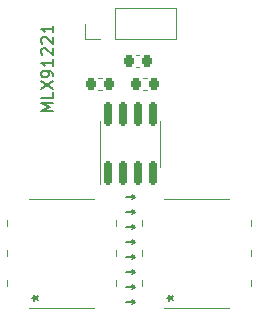
<source format=gbr>
%TF.GenerationSoftware,KiCad,Pcbnew,6.0.2+dfsg-1*%
%TF.CreationDate,2023-01-15T14:48:08-05:00*%
%TF.ProjectId,MLX91221-test,4d4c5839-3132-4323-912d-746573742e6b,rev?*%
%TF.SameCoordinates,Original*%
%TF.FileFunction,Legend,Top*%
%TF.FilePolarity,Positive*%
%FSLAX46Y46*%
G04 Gerber Fmt 4.6, Leading zero omitted, Abs format (unit mm)*
G04 Created by KiCad (PCBNEW 6.0.2+dfsg-1) date 2023-01-15 14:48:08*
%MOMM*%
%LPD*%
G01*
G04 APERTURE LIST*
G04 Aperture macros list*
%AMRoundRect*
0 Rectangle with rounded corners*
0 $1 Rounding radius*
0 $2 $3 $4 $5 $6 $7 $8 $9 X,Y pos of 4 corners*
0 Add a 4 corners polygon primitive as box body*
4,1,4,$2,$3,$4,$5,$6,$7,$8,$9,$2,$3,0*
0 Add four circle primitives for the rounded corners*
1,1,$1+$1,$2,$3*
1,1,$1+$1,$4,$5*
1,1,$1+$1,$6,$7*
1,1,$1+$1,$8,$9*
0 Add four rect primitives between the rounded corners*
20,1,$1+$1,$2,$3,$4,$5,0*
20,1,$1+$1,$4,$5,$6,$7,0*
20,1,$1+$1,$6,$7,$8,$9,0*
20,1,$1+$1,$8,$9,$2,$3,0*%
G04 Aperture macros list end*
%ADD10C,0.150000*%
%ADD11C,0.120000*%
%ADD12C,2.100000*%
%ADD13RoundRect,0.225000X0.225000X0.250000X-0.225000X0.250000X-0.225000X-0.250000X0.225000X-0.250000X0*%
%ADD14RoundRect,0.225000X-0.225000X-0.250000X0.225000X-0.250000X0.225000X0.250000X-0.225000X0.250000X0*%
%ADD15R,1.700000X1.700000*%
%ADD16O,1.700000X1.700000*%
%ADD17RoundRect,0.150000X0.150000X-0.825000X0.150000X0.825000X-0.150000X0.825000X-0.150000X-0.825000X0*%
G04 APERTURE END LIST*
D10*
X65659047Y-107386428D02*
X66420952Y-107386428D01*
X66230476Y-107576904D02*
X66420952Y-107386428D01*
X66230476Y-107195952D01*
X65659047Y-99766428D02*
X66420952Y-99766428D01*
X66230476Y-99956904D02*
X66420952Y-99766428D01*
X66230476Y-99575952D01*
X65659047Y-101036428D02*
X66420952Y-101036428D01*
X66230476Y-101226904D02*
X66420952Y-101036428D01*
X66230476Y-100845952D01*
X65659047Y-98496428D02*
X66420952Y-98496428D01*
X66230476Y-98686904D02*
X66420952Y-98496428D01*
X66230476Y-98305952D01*
X59507380Y-91225238D02*
X58507380Y-91225238D01*
X59221666Y-90891904D01*
X58507380Y-90558571D01*
X59507380Y-90558571D01*
X59507380Y-89606190D02*
X59507380Y-90082380D01*
X58507380Y-90082380D01*
X58507380Y-89368095D02*
X59507380Y-88701428D01*
X58507380Y-88701428D02*
X59507380Y-89368095D01*
X59507380Y-88272857D02*
X59507380Y-88082380D01*
X59459761Y-87987142D01*
X59412142Y-87939523D01*
X59269285Y-87844285D01*
X59078809Y-87796666D01*
X58697857Y-87796666D01*
X58602619Y-87844285D01*
X58555000Y-87891904D01*
X58507380Y-87987142D01*
X58507380Y-88177619D01*
X58555000Y-88272857D01*
X58602619Y-88320476D01*
X58697857Y-88368095D01*
X58935952Y-88368095D01*
X59031190Y-88320476D01*
X59078809Y-88272857D01*
X59126428Y-88177619D01*
X59126428Y-87987142D01*
X59078809Y-87891904D01*
X59031190Y-87844285D01*
X58935952Y-87796666D01*
X59507380Y-86844285D02*
X59507380Y-87415714D01*
X59507380Y-87130000D02*
X58507380Y-87130000D01*
X58650238Y-87225238D01*
X58745476Y-87320476D01*
X58793095Y-87415714D01*
X58602619Y-86463333D02*
X58555000Y-86415714D01*
X58507380Y-86320476D01*
X58507380Y-86082380D01*
X58555000Y-85987142D01*
X58602619Y-85939523D01*
X58697857Y-85891904D01*
X58793095Y-85891904D01*
X58935952Y-85939523D01*
X59507380Y-86510952D01*
X59507380Y-85891904D01*
X58602619Y-85510952D02*
X58555000Y-85463333D01*
X58507380Y-85368095D01*
X58507380Y-85130000D01*
X58555000Y-85034761D01*
X58602619Y-84987142D01*
X58697857Y-84939523D01*
X58793095Y-84939523D01*
X58935952Y-84987142D01*
X59507380Y-85558571D01*
X59507380Y-84939523D01*
X59507380Y-83987142D02*
X59507380Y-84558571D01*
X59507380Y-84272857D02*
X58507380Y-84272857D01*
X58650238Y-84368095D01*
X58745476Y-84463333D01*
X58793095Y-84558571D01*
X65659047Y-102306428D02*
X66420952Y-102306428D01*
X66230476Y-102496904D02*
X66420952Y-102306428D01*
X66230476Y-102115952D01*
X65659047Y-106116428D02*
X66420952Y-106116428D01*
X66230476Y-106306904D02*
X66420952Y-106116428D01*
X66230476Y-105925952D01*
X65659047Y-103576428D02*
X66420952Y-103576428D01*
X66230476Y-103766904D02*
X66420952Y-103576428D01*
X66230476Y-103385952D01*
X65659047Y-104846428D02*
X66420952Y-104846428D01*
X66230476Y-105036904D02*
X66420952Y-104846428D01*
X66230476Y-104655952D01*
%TO.C,J2*%
X57770580Y-107068900D02*
X58008676Y-107068900D01*
X57913438Y-107306995D02*
X58008676Y-107068900D01*
X57913438Y-106830804D01*
X58199152Y-107211757D02*
X58008676Y-107068900D01*
X58199152Y-106926042D01*
%TO.C,J3*%
X69200580Y-107068900D02*
X69438676Y-107068900D01*
X69343438Y-107306995D02*
X69438676Y-107068900D01*
X69343438Y-106830804D01*
X69629152Y-107211757D02*
X69438676Y-107068900D01*
X69629152Y-106926042D01*
D11*
%TO.C,J2*%
X64846000Y-100944589D02*
X64846000Y-100493211D01*
X55600400Y-105573211D02*
X55600400Y-106024589D01*
X62988889Y-98636100D02*
X57457511Y-98636100D01*
X64846000Y-103484589D02*
X64846000Y-103033211D01*
X64846000Y-106024589D02*
X64846000Y-105573211D01*
X55600400Y-103033211D02*
X55600400Y-103484589D01*
X55600400Y-100493211D02*
X55600400Y-100944589D01*
X57457511Y-107881700D02*
X62988889Y-107881700D01*
%TO.C,C1*%
X63640580Y-89410000D02*
X63359420Y-89410000D01*
X63640580Y-88390000D02*
X63359420Y-88390000D01*
%TO.C,C2*%
X67169420Y-88390000D02*
X67450580Y-88390000D01*
X67169420Y-89410000D02*
X67450580Y-89410000D01*
%TO.C,J3*%
X67030400Y-100493211D02*
X67030400Y-100944589D01*
X67030400Y-103033211D02*
X67030400Y-103484589D01*
X76276000Y-106024589D02*
X76276000Y-105573211D01*
X68887511Y-107881700D02*
X74418889Y-107881700D01*
X76276000Y-100944589D02*
X76276000Y-100493211D01*
X74418889Y-98636100D02*
X68887511Y-98636100D01*
X67030400Y-105573211D02*
X67030400Y-106024589D01*
X76276000Y-103484589D02*
X76276000Y-103033211D01*
%TO.C,J1*%
X69925000Y-85150000D02*
X69925000Y-82490000D01*
X64785000Y-85150000D02*
X64785000Y-82490000D01*
X64785000Y-85150000D02*
X69925000Y-85150000D01*
X63515000Y-85150000D02*
X62185000Y-85150000D01*
X64785000Y-82490000D02*
X69925000Y-82490000D01*
X62185000Y-85150000D02*
X62185000Y-83820000D01*
%TO.C,C3*%
X66534420Y-86485000D02*
X66815580Y-86485000D01*
X66534420Y-87505000D02*
X66815580Y-87505000D01*
%TO.C,U1*%
X68600000Y-93980000D02*
X68600000Y-92030000D01*
X63480000Y-93980000D02*
X63480000Y-92030000D01*
X63480000Y-93980000D02*
X63480000Y-97430000D01*
X68600000Y-93980000D02*
X68600000Y-95930000D01*
%TD*%
%LPC*%
D12*
%TO.C,J2*%
X56413200Y-101988900D03*
X64033200Y-101988900D03*
X64033200Y-107068900D03*
X64033200Y-104528900D03*
X56413200Y-107068900D03*
X64033200Y-99448900D03*
X56413200Y-99448900D03*
X56413200Y-104528900D03*
%TD*%
D13*
%TO.C,C1*%
X64275000Y-88900000D03*
X62725000Y-88900000D03*
%TD*%
D14*
%TO.C,C2*%
X66535000Y-88900000D03*
X68085000Y-88900000D03*
%TD*%
D12*
%TO.C,J3*%
X67843200Y-99448900D03*
X75463200Y-107068900D03*
X67843200Y-107068900D03*
X67843200Y-104528900D03*
X75463200Y-104528900D03*
X75463200Y-99448900D03*
X75463200Y-101988900D03*
X67843200Y-101988900D03*
%TD*%
D15*
%TO.C,J1*%
X63515000Y-83820000D03*
D16*
X66055000Y-83820000D03*
X68595000Y-83820000D03*
%TD*%
D14*
%TO.C,C3*%
X65900000Y-86995000D03*
X67450000Y-86995000D03*
%TD*%
D17*
%TO.C,U1*%
X64135000Y-96455000D03*
X65405000Y-96455000D03*
X66675000Y-96455000D03*
X67945000Y-96455000D03*
X67945000Y-91505000D03*
X66675000Y-91505000D03*
X65405000Y-91505000D03*
X64135000Y-91505000D03*
%TD*%
M02*

</source>
